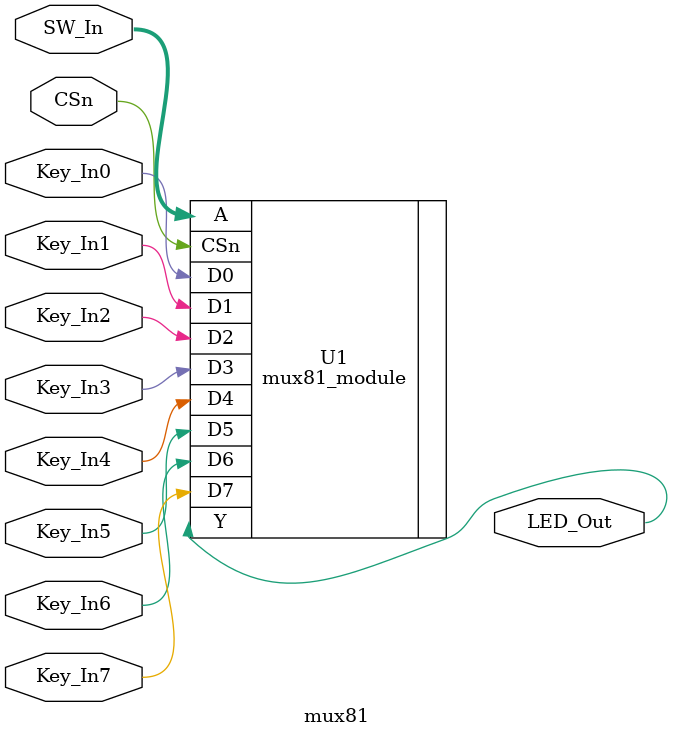
<source format=v>
module mux81(CSn, SW_In, Key_In0, Key_In1, Key_In2, Key_In3, Key_In4, Key_In5,Key_In6, Key_In7, LED_Out);

	parameter width = 1;

	input CSn;
	input [2:0]SW_In;
	input [width-1:0]Key_In0, Key_In1, Key_In2, Key_In3, Key_In4, Key_In5,Key_In6, Key_In7;
	output [width-1:0]LED_Out;
	
	mux81_module #(.width(width)) U1
	(
		.CSn(CSn),
		.A(SW_In),
		.D0(Key_In0),
		.D1(Key_In1),
		.D2(Key_In2),
		.D3(Key_In3),
		.D4(Key_In4),
		.D5(Key_In5),
		.D6(Key_In6),
		.D7(Key_In7),
		.Y(LED_Out)
	);
	
endmodule

</source>
